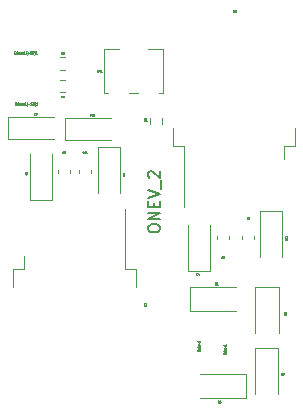
<source format=gbr>
%TF.GenerationSoftware,KiCad,Pcbnew,(6.0.5)*%
%TF.CreationDate,2022-07-19T18:24:44-04:00*%
%TF.ProjectId,torque_motor_design,746f7271-7565-45f6-9d6f-746f725f6465,rev?*%
%TF.SameCoordinates,Original*%
%TF.FileFunction,Legend,Top*%
%TF.FilePolarity,Positive*%
%FSLAX46Y46*%
G04 Gerber Fmt 4.6, Leading zero omitted, Abs format (unit mm)*
G04 Created by KiCad (PCBNEW (6.0.5)) date 2022-07-19 18:24:44*
%MOMM*%
%LPD*%
G01*
G04 APERTURE LIST*
%ADD10C,0.150000*%
%ADD11C,0.037500*%
%ADD12C,0.120000*%
G04 APERTURE END LIST*
D10*
X186204380Y-53665142D02*
X186204380Y-53474666D01*
X186252000Y-53379428D01*
X186347238Y-53284190D01*
X186537714Y-53236571D01*
X186871047Y-53236571D01*
X187061523Y-53284190D01*
X187156761Y-53379428D01*
X187204380Y-53474666D01*
X187204380Y-53665142D01*
X187156761Y-53760380D01*
X187061523Y-53855619D01*
X186871047Y-53903238D01*
X186537714Y-53903238D01*
X186347238Y-53855619D01*
X186252000Y-53760380D01*
X186204380Y-53665142D01*
X187204380Y-52808000D02*
X186204380Y-52808000D01*
X187204380Y-52236571D01*
X186204380Y-52236571D01*
X186680571Y-51760380D02*
X186680571Y-51427047D01*
X187204380Y-51284190D02*
X187204380Y-51760380D01*
X186204380Y-51760380D01*
X186204380Y-51284190D01*
X186204380Y-50998476D02*
X187204380Y-50665142D01*
X186204380Y-50331809D01*
X187299619Y-50236571D02*
X187299619Y-49474666D01*
X186299619Y-49284190D02*
X186252000Y-49236571D01*
X186204380Y-49141333D01*
X186204380Y-48903238D01*
X186252000Y-48808000D01*
X186299619Y-48760380D01*
X186394857Y-48712761D01*
X186490095Y-48712761D01*
X186632952Y-48760380D01*
X187204380Y-49331809D01*
X187204380Y-48712761D01*
D11*
%TO.C,C8*%
X179045000Y-47195971D02*
X179037857Y-47203114D01*
X179016428Y-47210257D01*
X179002142Y-47210257D01*
X178980714Y-47203114D01*
X178966428Y-47188828D01*
X178959285Y-47174542D01*
X178952142Y-47145971D01*
X178952142Y-47124542D01*
X178959285Y-47095971D01*
X178966428Y-47081685D01*
X178980714Y-47067400D01*
X179002142Y-47060257D01*
X179016428Y-47060257D01*
X179037857Y-47067400D01*
X179045000Y-47074542D01*
X179130714Y-47124542D02*
X179116428Y-47117400D01*
X179109285Y-47110257D01*
X179102142Y-47095971D01*
X179102142Y-47088828D01*
X179109285Y-47074542D01*
X179116428Y-47067400D01*
X179130714Y-47060257D01*
X179159285Y-47060257D01*
X179173571Y-47067400D01*
X179180714Y-47074542D01*
X179187857Y-47088828D01*
X179187857Y-47095971D01*
X179180714Y-47110257D01*
X179173571Y-47117400D01*
X179159285Y-47124542D01*
X179130714Y-47124542D01*
X179116428Y-47131685D01*
X179109285Y-47138828D01*
X179102142Y-47153114D01*
X179102142Y-47181685D01*
X179109285Y-47195971D01*
X179116428Y-47203114D01*
X179130714Y-47210257D01*
X179159285Y-47210257D01*
X179173571Y-47203114D01*
X179180714Y-47195971D01*
X179187857Y-47181685D01*
X179187857Y-47153114D01*
X179180714Y-47138828D01*
X179173571Y-47131685D01*
X179159285Y-47124542D01*
%TO.C,C6*%
X175948571Y-48924000D02*
X175955714Y-48931142D01*
X175962857Y-48952571D01*
X175962857Y-48966857D01*
X175955714Y-48988285D01*
X175941428Y-49002571D01*
X175927142Y-49009714D01*
X175898571Y-49016857D01*
X175877142Y-49016857D01*
X175848571Y-49009714D01*
X175834285Y-49002571D01*
X175820000Y-48988285D01*
X175812857Y-48966857D01*
X175812857Y-48952571D01*
X175820000Y-48931142D01*
X175827142Y-48924000D01*
X175812857Y-48795428D02*
X175812857Y-48824000D01*
X175820000Y-48838285D01*
X175827142Y-48845428D01*
X175848571Y-48859714D01*
X175877142Y-48866857D01*
X175934285Y-48866857D01*
X175948571Y-48859714D01*
X175955714Y-48852571D01*
X175962857Y-48838285D01*
X175962857Y-48809714D01*
X175955714Y-48795428D01*
X175948571Y-48788285D01*
X175934285Y-48781142D01*
X175898571Y-48781142D01*
X175884285Y-48788285D01*
X175877142Y-48795428D01*
X175870000Y-48809714D01*
X175870000Y-48838285D01*
X175877142Y-48852571D01*
X175884285Y-48859714D01*
X175898571Y-48866857D01*
%TO.C,C10*%
X181365571Y-44010171D02*
X181358428Y-44017314D01*
X181337000Y-44024457D01*
X181322714Y-44024457D01*
X181301285Y-44017314D01*
X181287000Y-44003028D01*
X181279857Y-43988742D01*
X181272714Y-43960171D01*
X181272714Y-43938742D01*
X181279857Y-43910171D01*
X181287000Y-43895885D01*
X181301285Y-43881600D01*
X181322714Y-43874457D01*
X181337000Y-43874457D01*
X181358428Y-43881600D01*
X181365571Y-43888742D01*
X181508428Y-44024457D02*
X181422714Y-44024457D01*
X181465571Y-44024457D02*
X181465571Y-43874457D01*
X181451285Y-43895885D01*
X181437000Y-43910171D01*
X181422714Y-43917314D01*
X181601285Y-43874457D02*
X181615571Y-43874457D01*
X181629857Y-43881600D01*
X181637000Y-43888742D01*
X181644142Y-43903028D01*
X181651285Y-43931600D01*
X181651285Y-43967314D01*
X181644142Y-43995885D01*
X181637000Y-44010171D01*
X181629857Y-44017314D01*
X181615571Y-44024457D01*
X181601285Y-44024457D01*
X181587000Y-44017314D01*
X181579857Y-44010171D01*
X181572714Y-43995885D01*
X181565571Y-43967314D01*
X181565571Y-43931600D01*
X181572714Y-43903028D01*
X181579857Y-43888742D01*
X181587000Y-43881600D01*
X181601285Y-43874457D01*
%TO.C,RV1*%
X182012714Y-40335857D02*
X181962714Y-40264428D01*
X181927000Y-40335857D02*
X181927000Y-40185857D01*
X181984142Y-40185857D01*
X181998428Y-40193000D01*
X182005571Y-40200142D01*
X182012714Y-40214428D01*
X182012714Y-40235857D01*
X182005571Y-40250142D01*
X181998428Y-40257285D01*
X181984142Y-40264428D01*
X181927000Y-40264428D01*
X182055571Y-40185857D02*
X182105571Y-40335857D01*
X182155571Y-40185857D01*
X182284142Y-40335857D02*
X182198428Y-40335857D01*
X182241285Y-40335857D02*
X182241285Y-40185857D01*
X182227000Y-40207285D01*
X182212714Y-40221571D01*
X182198428Y-40228714D01*
%TO.C,C7*%
X194640600Y-52783971D02*
X194633457Y-52791114D01*
X194612028Y-52798257D01*
X194597742Y-52798257D01*
X194576314Y-52791114D01*
X194562028Y-52776828D01*
X194554885Y-52762542D01*
X194547742Y-52733971D01*
X194547742Y-52712542D01*
X194554885Y-52683971D01*
X194562028Y-52669685D01*
X194576314Y-52655400D01*
X194597742Y-52648257D01*
X194612028Y-52648257D01*
X194633457Y-52655400D01*
X194640600Y-52662542D01*
X194690600Y-52648257D02*
X194790600Y-52648257D01*
X194726314Y-52798257D01*
%TO.C,R6*%
X178943400Y-42485857D02*
X178893400Y-42414428D01*
X178857685Y-42485857D02*
X178857685Y-42335857D01*
X178914828Y-42335857D01*
X178929114Y-42343000D01*
X178936257Y-42350142D01*
X178943400Y-42364428D01*
X178943400Y-42385857D01*
X178936257Y-42400142D01*
X178929114Y-42407285D01*
X178914828Y-42414428D01*
X178857685Y-42414428D01*
X179071971Y-42335857D02*
X179043400Y-42335857D01*
X179029114Y-42343000D01*
X179021971Y-42350142D01*
X179007685Y-42371571D01*
X179000542Y-42400142D01*
X179000542Y-42457285D01*
X179007685Y-42471571D01*
X179014828Y-42478714D01*
X179029114Y-42485857D01*
X179057685Y-42485857D01*
X179071971Y-42478714D01*
X179079114Y-42471571D01*
X179086257Y-42457285D01*
X179086257Y-42421571D01*
X179079114Y-42407285D01*
X179071971Y-42400142D01*
X179057685Y-42393000D01*
X179029114Y-42393000D01*
X179014828Y-42400142D01*
X179007685Y-42407285D01*
X179000542Y-42421571D01*
%TO.C,U3*%
X193397714Y-35105857D02*
X193397714Y-35227285D01*
X193404857Y-35241571D01*
X193412000Y-35248714D01*
X193426285Y-35255857D01*
X193454857Y-35255857D01*
X193469142Y-35248714D01*
X193476285Y-35241571D01*
X193483428Y-35227285D01*
X193483428Y-35105857D01*
X193540571Y-35105857D02*
X193633428Y-35105857D01*
X193583428Y-35163000D01*
X193604857Y-35163000D01*
X193619142Y-35170142D01*
X193626285Y-35177285D01*
X193633428Y-35191571D01*
X193633428Y-35227285D01*
X193626285Y-35241571D01*
X193619142Y-35248714D01*
X193604857Y-35255857D01*
X193562000Y-35255857D01*
X193547714Y-35248714D01*
X193540571Y-35241571D01*
%TO.C,Motor+1*%
X192793585Y-64250885D02*
X192568585Y-64250885D01*
X192729300Y-64200885D01*
X192568585Y-64150885D01*
X192793585Y-64150885D01*
X192793585Y-64058028D02*
X192782871Y-64072314D01*
X192772157Y-64079457D01*
X192750728Y-64086600D01*
X192686442Y-64086600D01*
X192665014Y-64079457D01*
X192654300Y-64072314D01*
X192643585Y-64058028D01*
X192643585Y-64036600D01*
X192654300Y-64022314D01*
X192665014Y-64015171D01*
X192686442Y-64008028D01*
X192750728Y-64008028D01*
X192772157Y-64015171D01*
X192782871Y-64022314D01*
X192793585Y-64036600D01*
X192793585Y-64058028D01*
X192643585Y-63965171D02*
X192643585Y-63908028D01*
X192568585Y-63943742D02*
X192761442Y-63943742D01*
X192782871Y-63936600D01*
X192793585Y-63922314D01*
X192793585Y-63908028D01*
X192793585Y-63836600D02*
X192782871Y-63850885D01*
X192772157Y-63858028D01*
X192750728Y-63865171D01*
X192686442Y-63865171D01*
X192665014Y-63858028D01*
X192654300Y-63850885D01*
X192643585Y-63836600D01*
X192643585Y-63815171D01*
X192654300Y-63800885D01*
X192665014Y-63793742D01*
X192686442Y-63786600D01*
X192750728Y-63786600D01*
X192772157Y-63793742D01*
X192782871Y-63800885D01*
X192793585Y-63815171D01*
X192793585Y-63836600D01*
X192793585Y-63722314D02*
X192643585Y-63722314D01*
X192686442Y-63722314D02*
X192665014Y-63715171D01*
X192654300Y-63708028D01*
X192643585Y-63693742D01*
X192643585Y-63679457D01*
X192707871Y-63629457D02*
X192707871Y-63515171D01*
X192793585Y-63572314D02*
X192622157Y-63572314D01*
X192793585Y-63365171D02*
X192793585Y-63450885D01*
X192793585Y-63408028D02*
X192568585Y-63408028D01*
X192600728Y-63422314D01*
X192622157Y-63436600D01*
X192632871Y-63450885D01*
%TO.C,C5*%
X192507000Y-56085971D02*
X192499857Y-56093114D01*
X192478428Y-56100257D01*
X192464142Y-56100257D01*
X192442714Y-56093114D01*
X192428428Y-56078828D01*
X192421285Y-56064542D01*
X192414142Y-56035971D01*
X192414142Y-56014542D01*
X192421285Y-55985971D01*
X192428428Y-55971685D01*
X192442714Y-55957400D01*
X192464142Y-55950257D01*
X192478428Y-55950257D01*
X192499857Y-55957400D01*
X192507000Y-55964542D01*
X192642714Y-55950257D02*
X192571285Y-55950257D01*
X192564142Y-56021685D01*
X192571285Y-56014542D01*
X192585571Y-56007400D01*
X192621285Y-56007400D01*
X192635571Y-56014542D01*
X192642714Y-56021685D01*
X192649857Y-56035971D01*
X192649857Y-56071685D01*
X192642714Y-56085971D01*
X192635571Y-56093114D01*
X192621285Y-56100257D01*
X192585571Y-56100257D01*
X192571285Y-56093114D01*
X192564142Y-56085971D01*
%TO.C,R5*%
X178943400Y-38777457D02*
X178893400Y-38706028D01*
X178857685Y-38777457D02*
X178857685Y-38627457D01*
X178914828Y-38627457D01*
X178929114Y-38634600D01*
X178936257Y-38641742D01*
X178943400Y-38656028D01*
X178943400Y-38677457D01*
X178936257Y-38691742D01*
X178929114Y-38698885D01*
X178914828Y-38706028D01*
X178857685Y-38706028D01*
X179079114Y-38627457D02*
X179007685Y-38627457D01*
X179000542Y-38698885D01*
X179007685Y-38691742D01*
X179021971Y-38684600D01*
X179057685Y-38684600D01*
X179071971Y-38691742D01*
X179079114Y-38698885D01*
X179086257Y-38713171D01*
X179086257Y-38748885D01*
X179079114Y-38763171D01*
X179071971Y-38770314D01*
X179057685Y-38777457D01*
X179021971Y-38777457D01*
X179007685Y-38770314D01*
X179000542Y-38763171D01*
%TO.C,D7*%
X197481285Y-66019785D02*
X197481285Y-65794785D01*
X197517000Y-65794785D01*
X197538428Y-65805500D01*
X197552714Y-65826928D01*
X197559857Y-65848357D01*
X197567000Y-65891214D01*
X197567000Y-65923357D01*
X197559857Y-65966214D01*
X197552714Y-65987642D01*
X197538428Y-66009071D01*
X197517000Y-66019785D01*
X197481285Y-66019785D01*
X197617000Y-65794785D02*
X197717000Y-65794785D01*
X197652714Y-66019785D01*
%TO.C,C9*%
X176632000Y-43937171D02*
X176624857Y-43944314D01*
X176603428Y-43951457D01*
X176589142Y-43951457D01*
X176567714Y-43944314D01*
X176553428Y-43930028D01*
X176546285Y-43915742D01*
X176539142Y-43887171D01*
X176539142Y-43865742D01*
X176546285Y-43837171D01*
X176553428Y-43822885D01*
X176567714Y-43808600D01*
X176589142Y-43801457D01*
X176603428Y-43801457D01*
X176624857Y-43808600D01*
X176632000Y-43815742D01*
X176703428Y-43951457D02*
X176732000Y-43951457D01*
X176746285Y-43944314D01*
X176753428Y-43937171D01*
X176767714Y-43915742D01*
X176774857Y-43887171D01*
X176774857Y-43830028D01*
X176767714Y-43815742D01*
X176760571Y-43808600D01*
X176746285Y-43801457D01*
X176717714Y-43801457D01*
X176703428Y-43808600D01*
X176696285Y-43815742D01*
X176689142Y-43830028D01*
X176689142Y-43865742D01*
X176696285Y-43880028D01*
X176703428Y-43887171D01*
X176717714Y-43894314D01*
X176746285Y-43894314D01*
X176760571Y-43887171D01*
X176767714Y-43880028D01*
X176774857Y-43865742D01*
%TO.C,U2*%
X185845857Y-60159885D02*
X185967285Y-60159885D01*
X185981571Y-60152742D01*
X185988714Y-60145600D01*
X185995857Y-60131314D01*
X185995857Y-60102742D01*
X185988714Y-60088457D01*
X185981571Y-60081314D01*
X185967285Y-60074171D01*
X185845857Y-60074171D01*
X185860142Y-60009885D02*
X185853000Y-60002742D01*
X185845857Y-59988457D01*
X185845857Y-59952742D01*
X185853000Y-59938457D01*
X185860142Y-59931314D01*
X185874428Y-59924171D01*
X185888714Y-59924171D01*
X185910142Y-59931314D01*
X185995857Y-60017028D01*
X185995857Y-59924171D01*
%TO.C,C4*%
X190373400Y-57508371D02*
X190366257Y-57515514D01*
X190344828Y-57522657D01*
X190330542Y-57522657D01*
X190309114Y-57515514D01*
X190294828Y-57501228D01*
X190287685Y-57486942D01*
X190280542Y-57458371D01*
X190280542Y-57436942D01*
X190287685Y-57408371D01*
X190294828Y-57394085D01*
X190309114Y-57379800D01*
X190330542Y-57372657D01*
X190344828Y-57372657D01*
X190366257Y-57379800D01*
X190373400Y-57386942D01*
X190501971Y-57422657D02*
X190501971Y-57522657D01*
X190466257Y-57365514D02*
X190430542Y-57472657D01*
X190523400Y-57472657D01*
%TO.C,C12*%
X197960371Y-54503228D02*
X197967514Y-54510371D01*
X197974657Y-54531800D01*
X197974657Y-54546085D01*
X197967514Y-54567514D01*
X197953228Y-54581800D01*
X197938942Y-54588942D01*
X197910371Y-54596085D01*
X197888942Y-54596085D01*
X197860371Y-54588942D01*
X197846085Y-54581800D01*
X197831800Y-54567514D01*
X197824657Y-54546085D01*
X197824657Y-54531800D01*
X197831800Y-54510371D01*
X197838942Y-54503228D01*
X197974657Y-54360371D02*
X197974657Y-54446085D01*
X197974657Y-54403228D02*
X197824657Y-54403228D01*
X197846085Y-54417514D01*
X197860371Y-54431800D01*
X197867514Y-54446085D01*
X197838942Y-54303228D02*
X197831800Y-54296085D01*
X197824657Y-54281800D01*
X197824657Y-54246085D01*
X197831800Y-54231800D01*
X197838942Y-54224657D01*
X197853228Y-54217514D01*
X197867514Y-54217514D01*
X197888942Y-54224657D01*
X197974657Y-54310371D01*
X197974657Y-54217514D01*
%TO.C,D1*%
X191881285Y-58369785D02*
X191881285Y-58144785D01*
X191917000Y-58144785D01*
X191938428Y-58155500D01*
X191952714Y-58176928D01*
X191959857Y-58198357D01*
X191967000Y-58241214D01*
X191967000Y-58273357D01*
X191959857Y-58316214D01*
X191952714Y-58337642D01*
X191938428Y-58359071D01*
X191917000Y-58369785D01*
X191881285Y-58369785D01*
X192109857Y-58369785D02*
X192024142Y-58369785D01*
X192067000Y-58369785D02*
X192067000Y-58144785D01*
X192052714Y-58176928D01*
X192038428Y-58198357D01*
X192024142Y-58209071D01*
%TO.C,External_(-12V)1*%
X174917000Y-43001928D02*
X174967000Y-43001928D01*
X174988428Y-43119785D02*
X174917000Y-43119785D01*
X174917000Y-42894785D01*
X174988428Y-42894785D01*
X175038428Y-43119785D02*
X175117000Y-42969785D01*
X175038428Y-42969785D02*
X175117000Y-43119785D01*
X175152714Y-42969785D02*
X175209857Y-42969785D01*
X175174142Y-42894785D02*
X175174142Y-43087642D01*
X175181285Y-43109071D01*
X175195571Y-43119785D01*
X175209857Y-43119785D01*
X175317000Y-43109071D02*
X175302714Y-43119785D01*
X175274142Y-43119785D01*
X175259857Y-43109071D01*
X175252714Y-43087642D01*
X175252714Y-43001928D01*
X175259857Y-42980500D01*
X175274142Y-42969785D01*
X175302714Y-42969785D01*
X175317000Y-42980500D01*
X175324142Y-43001928D01*
X175324142Y-43023357D01*
X175252714Y-43044785D01*
X175388428Y-43119785D02*
X175388428Y-42969785D01*
X175388428Y-43012642D02*
X175395571Y-42991214D01*
X175402714Y-42980500D01*
X175417000Y-42969785D01*
X175431285Y-42969785D01*
X175481285Y-42969785D02*
X175481285Y-43119785D01*
X175481285Y-42991214D02*
X175488428Y-42980500D01*
X175502714Y-42969785D01*
X175524142Y-42969785D01*
X175538428Y-42980500D01*
X175545571Y-43001928D01*
X175545571Y-43119785D01*
X175681285Y-43119785D02*
X175681285Y-43001928D01*
X175674142Y-42980500D01*
X175659857Y-42969785D01*
X175631285Y-42969785D01*
X175617000Y-42980500D01*
X175681285Y-43109071D02*
X175667000Y-43119785D01*
X175631285Y-43119785D01*
X175617000Y-43109071D01*
X175609857Y-43087642D01*
X175609857Y-43066214D01*
X175617000Y-43044785D01*
X175631285Y-43034071D01*
X175667000Y-43034071D01*
X175681285Y-43023357D01*
X175774142Y-43119785D02*
X175759857Y-43109071D01*
X175752714Y-43087642D01*
X175752714Y-42894785D01*
X175795571Y-43141214D02*
X175909857Y-43141214D01*
X175988428Y-43205500D02*
X175981285Y-43194785D01*
X175967000Y-43162642D01*
X175959857Y-43141214D01*
X175952714Y-43109071D01*
X175945571Y-43055500D01*
X175945571Y-43012642D01*
X175952714Y-42959071D01*
X175959857Y-42926928D01*
X175967000Y-42905500D01*
X175981285Y-42873357D01*
X175988428Y-42862642D01*
X176045571Y-43034071D02*
X176159857Y-43034071D01*
X176309857Y-43119785D02*
X176224142Y-43119785D01*
X176267000Y-43119785D02*
X176267000Y-42894785D01*
X176252714Y-42926928D01*
X176238428Y-42948357D01*
X176224142Y-42959071D01*
X176367000Y-42916214D02*
X176374142Y-42905500D01*
X176388428Y-42894785D01*
X176424142Y-42894785D01*
X176438428Y-42905500D01*
X176445571Y-42916214D01*
X176452714Y-42937642D01*
X176452714Y-42959071D01*
X176445571Y-42991214D01*
X176359857Y-43119785D01*
X176452714Y-43119785D01*
X176495571Y-42894785D02*
X176545571Y-43119785D01*
X176595571Y-42894785D01*
X176631285Y-43205500D02*
X176638428Y-43194785D01*
X176652714Y-43162642D01*
X176659857Y-43141214D01*
X176667000Y-43109071D01*
X176674142Y-43055500D01*
X176674142Y-43012642D01*
X176667000Y-42959071D01*
X176659857Y-42926928D01*
X176652714Y-42905500D01*
X176638428Y-42873357D01*
X176631285Y-42862642D01*
X176824142Y-43119785D02*
X176738428Y-43119785D01*
X176781285Y-43119785D02*
X176781285Y-42894785D01*
X176767000Y-42926928D01*
X176752714Y-42948357D01*
X176738428Y-42959071D01*
%TO.C,External_(+12V)1*%
X174867000Y-38685928D02*
X174917000Y-38685928D01*
X174938428Y-38803785D02*
X174867000Y-38803785D01*
X174867000Y-38578785D01*
X174938428Y-38578785D01*
X174988428Y-38803785D02*
X175067000Y-38653785D01*
X174988428Y-38653785D02*
X175067000Y-38803785D01*
X175102714Y-38653785D02*
X175159857Y-38653785D01*
X175124142Y-38578785D02*
X175124142Y-38771642D01*
X175131285Y-38793071D01*
X175145571Y-38803785D01*
X175159857Y-38803785D01*
X175267000Y-38793071D02*
X175252714Y-38803785D01*
X175224142Y-38803785D01*
X175209857Y-38793071D01*
X175202714Y-38771642D01*
X175202714Y-38685928D01*
X175209857Y-38664500D01*
X175224142Y-38653785D01*
X175252714Y-38653785D01*
X175267000Y-38664500D01*
X175274142Y-38685928D01*
X175274142Y-38707357D01*
X175202714Y-38728785D01*
X175338428Y-38803785D02*
X175338428Y-38653785D01*
X175338428Y-38696642D02*
X175345571Y-38675214D01*
X175352714Y-38664500D01*
X175367000Y-38653785D01*
X175381285Y-38653785D01*
X175431285Y-38653785D02*
X175431285Y-38803785D01*
X175431285Y-38675214D02*
X175438428Y-38664500D01*
X175452714Y-38653785D01*
X175474142Y-38653785D01*
X175488428Y-38664500D01*
X175495571Y-38685928D01*
X175495571Y-38803785D01*
X175631285Y-38803785D02*
X175631285Y-38685928D01*
X175624142Y-38664500D01*
X175609857Y-38653785D01*
X175581285Y-38653785D01*
X175567000Y-38664500D01*
X175631285Y-38793071D02*
X175617000Y-38803785D01*
X175581285Y-38803785D01*
X175567000Y-38793071D01*
X175559857Y-38771642D01*
X175559857Y-38750214D01*
X175567000Y-38728785D01*
X175581285Y-38718071D01*
X175617000Y-38718071D01*
X175631285Y-38707357D01*
X175724142Y-38803785D02*
X175709857Y-38793071D01*
X175702714Y-38771642D01*
X175702714Y-38578785D01*
X175745571Y-38825214D02*
X175859857Y-38825214D01*
X175938428Y-38889500D02*
X175931285Y-38878785D01*
X175917000Y-38846642D01*
X175909857Y-38825214D01*
X175902714Y-38793071D01*
X175895571Y-38739500D01*
X175895571Y-38696642D01*
X175902714Y-38643071D01*
X175909857Y-38610928D01*
X175917000Y-38589500D01*
X175931285Y-38557357D01*
X175938428Y-38546642D01*
X175995571Y-38718071D02*
X176109857Y-38718071D01*
X176052714Y-38803785D02*
X176052714Y-38632357D01*
X176259857Y-38803785D02*
X176174142Y-38803785D01*
X176217000Y-38803785D02*
X176217000Y-38578785D01*
X176202714Y-38610928D01*
X176188428Y-38632357D01*
X176174142Y-38643071D01*
X176317000Y-38600214D02*
X176324142Y-38589500D01*
X176338428Y-38578785D01*
X176374142Y-38578785D01*
X176388428Y-38589500D01*
X176395571Y-38600214D01*
X176402714Y-38621642D01*
X176402714Y-38643071D01*
X176395571Y-38675214D01*
X176309857Y-38803785D01*
X176402714Y-38803785D01*
X176445571Y-38578785D02*
X176495571Y-38803785D01*
X176545571Y-38578785D01*
X176581285Y-38889500D02*
X176588428Y-38878785D01*
X176602714Y-38846642D01*
X176609857Y-38825214D01*
X176617000Y-38793071D01*
X176624142Y-38739500D01*
X176624142Y-38696642D01*
X176617000Y-38643071D01*
X176609857Y-38610928D01*
X176602714Y-38589500D01*
X176588428Y-38557357D01*
X176581285Y-38546642D01*
X176774142Y-38803785D02*
X176688428Y-38803785D01*
X176731285Y-38803785D02*
X176731285Y-38578785D01*
X176717000Y-38610928D01*
X176702714Y-38632357D01*
X176688428Y-38643071D01*
%TO.C,Motor-1*%
X190599785Y-63963285D02*
X190374785Y-63963285D01*
X190535500Y-63913285D01*
X190374785Y-63863285D01*
X190599785Y-63863285D01*
X190599785Y-63770428D02*
X190589071Y-63784714D01*
X190578357Y-63791857D01*
X190556928Y-63799000D01*
X190492642Y-63799000D01*
X190471214Y-63791857D01*
X190460500Y-63784714D01*
X190449785Y-63770428D01*
X190449785Y-63749000D01*
X190460500Y-63734714D01*
X190471214Y-63727571D01*
X190492642Y-63720428D01*
X190556928Y-63720428D01*
X190578357Y-63727571D01*
X190589071Y-63734714D01*
X190599785Y-63749000D01*
X190599785Y-63770428D01*
X190449785Y-63677571D02*
X190449785Y-63620428D01*
X190374785Y-63656142D02*
X190567642Y-63656142D01*
X190589071Y-63649000D01*
X190599785Y-63634714D01*
X190599785Y-63620428D01*
X190599785Y-63549000D02*
X190589071Y-63563285D01*
X190578357Y-63570428D01*
X190556928Y-63577571D01*
X190492642Y-63577571D01*
X190471214Y-63570428D01*
X190460500Y-63563285D01*
X190449785Y-63549000D01*
X190449785Y-63527571D01*
X190460500Y-63513285D01*
X190471214Y-63506142D01*
X190492642Y-63499000D01*
X190556928Y-63499000D01*
X190578357Y-63506142D01*
X190589071Y-63513285D01*
X190599785Y-63527571D01*
X190599785Y-63549000D01*
X190599785Y-63434714D02*
X190449785Y-63434714D01*
X190492642Y-63434714D02*
X190471214Y-63427571D01*
X190460500Y-63420428D01*
X190449785Y-63406142D01*
X190449785Y-63391857D01*
X190514071Y-63341857D02*
X190514071Y-63227571D01*
X190599785Y-63077571D02*
X190599785Y-63163285D01*
X190599785Y-63120428D02*
X190374785Y-63120428D01*
X190406928Y-63134714D01*
X190428357Y-63149000D01*
X190439071Y-63163285D01*
%TO.C,R1*%
X185967000Y-44479785D02*
X185917000Y-44372642D01*
X185881285Y-44479785D02*
X185881285Y-44254785D01*
X185938428Y-44254785D01*
X185952714Y-44265500D01*
X185959857Y-44276214D01*
X185967000Y-44297642D01*
X185967000Y-44329785D01*
X185959857Y-44351214D01*
X185952714Y-44361928D01*
X185938428Y-44372642D01*
X185881285Y-44372642D01*
X186109857Y-44479785D02*
X186024142Y-44479785D01*
X186067000Y-44479785D02*
X186067000Y-44254785D01*
X186052714Y-44286928D01*
X186038428Y-44308357D01*
X186024142Y-44319071D01*
%TO.C,C11*%
X180751571Y-47195971D02*
X180744428Y-47203114D01*
X180723000Y-47210257D01*
X180708714Y-47210257D01*
X180687285Y-47203114D01*
X180673000Y-47188828D01*
X180665857Y-47174542D01*
X180658714Y-47145971D01*
X180658714Y-47124542D01*
X180665857Y-47095971D01*
X180673000Y-47081685D01*
X180687285Y-47067400D01*
X180708714Y-47060257D01*
X180723000Y-47060257D01*
X180744428Y-47067400D01*
X180751571Y-47074542D01*
X180894428Y-47210257D02*
X180808714Y-47210257D01*
X180851571Y-47210257D02*
X180851571Y-47060257D01*
X180837285Y-47081685D01*
X180823000Y-47095971D01*
X180808714Y-47103114D01*
X181037285Y-47210257D02*
X180951571Y-47210257D01*
X180994428Y-47210257D02*
X180994428Y-47060257D01*
X180980142Y-47081685D01*
X180965857Y-47095971D01*
X180951571Y-47103114D01*
%TO.C,D5*%
X197681285Y-60919785D02*
X197681285Y-60694785D01*
X197717000Y-60694785D01*
X197738428Y-60705500D01*
X197752714Y-60726928D01*
X197759857Y-60748357D01*
X197767000Y-60791214D01*
X197767000Y-60823357D01*
X197759857Y-60866214D01*
X197752714Y-60887642D01*
X197738428Y-60909071D01*
X197717000Y-60919785D01*
X197681285Y-60919785D01*
X197902714Y-60694785D02*
X197831285Y-60694785D01*
X197824142Y-60801928D01*
X197831285Y-60791214D01*
X197845571Y-60780500D01*
X197881285Y-60780500D01*
X197895571Y-60791214D01*
X197902714Y-60801928D01*
X197909857Y-60823357D01*
X197909857Y-60876928D01*
X197902714Y-60898357D01*
X197895571Y-60909071D01*
X197881285Y-60919785D01*
X197845571Y-60919785D01*
X197831285Y-60909071D01*
X197824142Y-60898357D01*
%TO.C,C3*%
X184197571Y-49047000D02*
X184204714Y-49054142D01*
X184211857Y-49075571D01*
X184211857Y-49089857D01*
X184204714Y-49111285D01*
X184190428Y-49125571D01*
X184176142Y-49132714D01*
X184147571Y-49139857D01*
X184126142Y-49139857D01*
X184097571Y-49132714D01*
X184083285Y-49125571D01*
X184069000Y-49111285D01*
X184061857Y-49089857D01*
X184061857Y-49075571D01*
X184069000Y-49054142D01*
X184076142Y-49047000D01*
X184061857Y-48997000D02*
X184061857Y-48904142D01*
X184119000Y-48954142D01*
X184119000Y-48932714D01*
X184126142Y-48918428D01*
X184133285Y-48911285D01*
X184147571Y-48904142D01*
X184183285Y-48904142D01*
X184197571Y-48911285D01*
X184204714Y-48918428D01*
X184211857Y-48932714D01*
X184211857Y-48975571D01*
X184204714Y-48989857D01*
X184197571Y-48997000D01*
%TO.C,D6*%
X192116485Y-68355385D02*
X192116485Y-68130385D01*
X192152200Y-68130385D01*
X192173628Y-68141100D01*
X192187914Y-68162528D01*
X192195057Y-68183957D01*
X192202200Y-68226814D01*
X192202200Y-68258957D01*
X192195057Y-68301814D01*
X192187914Y-68323242D01*
X192173628Y-68344671D01*
X192152200Y-68355385D01*
X192116485Y-68355385D01*
X192330771Y-68130385D02*
X192302200Y-68130385D01*
X192287914Y-68141100D01*
X192280771Y-68151814D01*
X192266485Y-68183957D01*
X192259342Y-68226814D01*
X192259342Y-68312528D01*
X192266485Y-68333957D01*
X192273628Y-68344671D01*
X192287914Y-68355385D01*
X192316485Y-68355385D01*
X192330771Y-68344671D01*
X192337914Y-68333957D01*
X192345057Y-68312528D01*
X192345057Y-68258957D01*
X192337914Y-68237528D01*
X192330771Y-68226814D01*
X192316485Y-68216100D01*
X192287914Y-68216100D01*
X192273628Y-68226814D01*
X192266485Y-68237528D01*
X192259342Y-68258957D01*
D12*
%TO.C,C8*%
X179580000Y-48908580D02*
X179580000Y-48627420D01*
X178560000Y-48908580D02*
X178560000Y-48627420D01*
%TO.C,C6*%
X176230000Y-51205000D02*
X178100000Y-51205000D01*
X176230000Y-47295000D02*
X176230000Y-51205000D01*
X178100000Y-51205000D02*
X178100000Y-47295000D01*
%TO.C,C10*%
X179152000Y-44243000D02*
X179152000Y-46113000D01*
X179152000Y-46113000D02*
X183062000Y-46113000D01*
X183062000Y-44243000D02*
X179152000Y-44243000D01*
%TO.C,RV1*%
X183752000Y-38398000D02*
X182472000Y-38398000D01*
X182852000Y-42138000D02*
X182472000Y-42138000D01*
X187512000Y-42138000D02*
X187132000Y-42138000D01*
X182472000Y-42138000D02*
X182472000Y-38398000D01*
X187512000Y-42138000D02*
X187512000Y-38398000D01*
X187512000Y-38398000D02*
X186232000Y-38398000D01*
X185352000Y-42138000D02*
X184632000Y-42138000D01*
%TO.C,C7*%
X194155600Y-54215420D02*
X194155600Y-54496580D01*
X195175600Y-54215420D02*
X195175600Y-54496580D01*
%TO.C,R6*%
X179205658Y-40981100D02*
X178731142Y-40981100D01*
X179205658Y-42026100D02*
X178731142Y-42026100D01*
%TO.C,U3*%
X188292000Y-46618000D02*
X189242000Y-46618000D01*
X198692000Y-46618000D02*
X197742000Y-46618000D01*
X189242000Y-46618000D02*
X189242000Y-51743000D01*
X198692000Y-45118000D02*
X198692000Y-46618000D01*
X188292000Y-45118000D02*
X188292000Y-46618000D01*
X197742000Y-46618000D02*
X197742000Y-47718000D01*
%TO.C,C5*%
X192022000Y-54215420D02*
X192022000Y-54496580D01*
X193042000Y-54215420D02*
X193042000Y-54496580D01*
%TO.C,R5*%
X178731142Y-39101500D02*
X179205658Y-39101500D01*
X178731142Y-40146500D02*
X179205658Y-40146500D01*
%TO.C,D7*%
X197242000Y-63668000D02*
X197242000Y-67568000D01*
X195242000Y-63668000D02*
X195242000Y-67568000D01*
X197242000Y-63668000D02*
X195242000Y-63668000D01*
%TO.C,C9*%
X178257000Y-44150000D02*
X174347000Y-44150000D01*
X174347000Y-44150000D02*
X174347000Y-46020000D01*
X174347000Y-46020000D02*
X178257000Y-46020000D01*
%TO.C,U2*%
X185192000Y-57018000D02*
X184242000Y-57018000D01*
X184242000Y-57018000D02*
X184242000Y-51893000D01*
X175742000Y-57018000D02*
X175742000Y-55918000D01*
X174792000Y-58518000D02*
X174792000Y-57018000D01*
X174792000Y-57018000D02*
X175742000Y-57018000D01*
X185192000Y-58518000D02*
X185192000Y-57018000D01*
%TO.C,C4*%
X189565000Y-53264000D02*
X189565000Y-57174000D01*
X191435000Y-57174000D02*
X191435000Y-53264000D01*
X189565000Y-57174000D02*
X191435000Y-57174000D01*
%TO.C,C12*%
X197581800Y-56006800D02*
X197581800Y-52096800D01*
X197581800Y-52096800D02*
X195711800Y-52096800D01*
X195711800Y-52096800D02*
X195711800Y-56006800D01*
%TO.C,D1*%
X189742000Y-60568000D02*
X193642000Y-60568000D01*
X189742000Y-58568000D02*
X193642000Y-58568000D01*
X189742000Y-58568000D02*
X189742000Y-60568000D01*
%TO.C,R1*%
X186369500Y-44230742D02*
X186369500Y-44705258D01*
X187414500Y-44230742D02*
X187414500Y-44705258D01*
%TO.C,C11*%
X180338000Y-48908580D02*
X180338000Y-48627420D01*
X181358000Y-48908580D02*
X181358000Y-48627420D01*
%TO.C,D5*%
X195292000Y-58568000D02*
X195292000Y-62468000D01*
X197292000Y-58568000D02*
X195292000Y-58568000D01*
X197292000Y-58568000D02*
X197292000Y-62468000D01*
%TO.C,C3*%
X183815000Y-46712000D02*
X181945000Y-46712000D01*
X183815000Y-50622000D02*
X183815000Y-46712000D01*
X181945000Y-46712000D02*
X181945000Y-50622000D01*
%TO.C,D6*%
X194477200Y-67903600D02*
X190577200Y-67903600D01*
X194477200Y-67903600D02*
X194477200Y-65903600D01*
X194477200Y-65903600D02*
X190577200Y-65903600D01*
%TD*%
M02*

</source>
